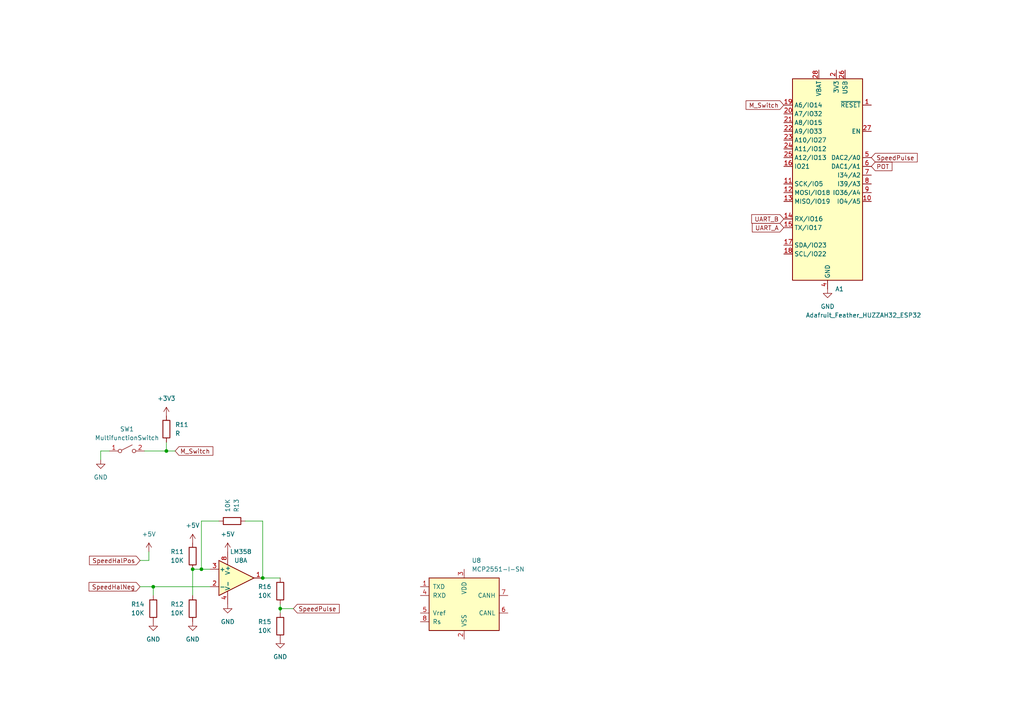
<source format=kicad_sch>
(kicad_sch (version 20230121) (generator eeschema)
  (paper "A4")
  (lib_symbols
    (symbol "Amplifier_Operational:LM358" (pin_names (offset 0.127))
      (property "Reference" "U" (at 0 5.08 0))
      (property "Value" "LM358" (at 0 -5.08 0))
      (symbol "LM358_1_1"
        (polyline (pts (xy -5.08 5.08) (xy 5.08 0) (xy -5.08 -5.08) (xy -5.08 5.08)) (stroke (width 0.254)) (fill (type background)))
        (pin output line (at 7.62 0 180) (length 2.54) (name "~") (number "1"))
        (pin input line (at -7.62 -2.54 0) (length 2.54) (name "-") (number "2"))
        (pin input line (at -7.62 2.54 0) (length 2.54) (name "+") (number "3"))
      )
      (symbol "LM358_2_1"
        (polyline (pts (xy -5.08 5.08) (xy 5.08 0) (xy -5.08 -5.08) (xy -5.08 5.08)) (stroke (width 0.254)) (fill (type background)))
        (pin input line (at -7.62 2.54 0) (length 2.54) (name "+") (number "5"))
        (pin input line (at -7.62 -2.54 0) (length 2.54) (name "-") (number "6"))
        (pin output line (at 7.62 0 180) (length 2.54) (name "~") (number "7"))
      )
      (symbol "LM358_3_1"
        (pin power_in line (at -2.54 -7.62 90) (length 3.81) (name "V-") (number "4"))
        (pin power_in line (at -2.54 7.62 270) (length 3.81) (name "V+") (number "8"))
      )
    )
    (symbol "Device:R" (pin_numbers hide) (pin_names (offset 0))
      (property "Reference" "R" (at 2.032 0 90))
      (property "Value" "R" (at 0 0 90))
      (symbol "R_0_1"
        (rectangle (start -1.016 -2.54) (end 1.016 2.54) (stroke (width 0.254)))
      )
      (symbol "R_1_1"
        (pin passive line (at 0 3.81 270) (length 1.27) (name "~") (number "1"))
        (pin passive line (at 0 -3.81 90) (length 1.27) (name "~") (number "2"))
      )
    )
    (symbol "Interface_CAN_LIN:MCP2551-I-SN" (pin_names (offset 1.016))
      (property "Reference" "U" (at -10.16 8.89 0))
      (property "Value" "MCP2551-I-SN" (at 2.54 8.89 0))
      (symbol "MCP2551-I-SN_0_1"
        (rectangle (start -10.16 7.62) (end 10.16 -7.62) (stroke (width 0.254)) (fill (type background)))
      )
      (symbol "MCP2551-I-SN_1_1"
        (pin input line (at -12.7 5.08 0) (length 2.54) (name "TXD") (number "1"))
        (pin power_in line (at 0 -10.16 90) (length 2.54) (name "VSS") (number "2"))
        (pin power_in line (at 0 10.16 270) (length 2.54) (name "VDD") (number "3"))
        (pin output line (at -12.7 2.54 0) (length 2.54) (name "RXD") (number "4"))
        (pin power_out line (at -12.7 -2.54 0) (length 2.54) (name "Vref") (number "5"))
        (pin bidirectional line (at 12.7 -2.54 180) (length 2.54) (name "CANL") (number "6"))
        (pin bidirectional line (at 12.7 2.54 180) (length 2.54) (name "CANH") (number "7"))
        (pin input line (at -12.7 -5.08 0) (length 2.54) (name "Rs") (number "8"))
      )
    )
    (symbol "MCU_Module:Adafruit_Feather_HUZZAH32_ESP32"
      (property "Reference" "A" (at -10.16 29.21 0))
      (property "Value" "Adafruit_Feather_HUZZAH32_ESP32" (at 2.54 -31.75 0))
      (symbol "Adafruit_Feather_HUZZAH32_ESP32_0_1"
        (rectangle (start -10.16 27.94) (end 10.16 -30.48) (stroke (width 0.254)) (fill (type background)))
      )
      (symbol "Adafruit_Feather_HUZZAH32_ESP32_1_1"
        (pin input line (at 12.7 20.32 180) (length 2.54) (name "~{RESET}") (number "1"))
        (pin bidirectional line (at 12.7 -7.62 180) (length 2.54) (name "IO4/A5") (number "10"))
        (pin bidirectional line (at -12.7 -2.54 0) (length 2.54) (name "SCK/IO5") (number "11"))
        (pin bidirectional line (at -12.7 -5.08 0) (length 2.54) (name "MOSI/IO18") (number "12"))
        (pin bidirectional line (at -12.7 -7.62 0) (length 2.54) (name "MISO/IO19") (number "13"))
        (pin bidirectional line (at -12.7 -12.7 0) (length 2.54) (name "RX/IO16") (number "14"))
        (pin bidirectional line (at -12.7 -15.24 0) (length 2.54) (name "TX/IO17") (number "15"))
        (pin bidirectional line (at -12.7 2.54 0) (length 2.54) (name "IO21") (number "16"))
        (pin bidirectional line (at -12.7 -20.32 0) (length 2.54) (name "SDA/IO23") (number "17"))
        (pin bidirectional line (at -12.7 -22.86 0) (length 2.54) (name "SCL/IO22") (number "18"))
        (pin bidirectional line (at -12.7 20.32 0) (length 2.54) (name "A6/IO14") (number "19"))
        (pin power_in line (at 2.54 30.48 270) (length 2.54) (name "3V3") (number "2"))
        (pin bidirectional line (at -12.7 17.78 0) (length 2.54) (name "A7/IO32") (number "20"))
        (pin bidirectional line (at -12.7 15.24 0) (length 2.54) (name "A8/IO15") (number "21"))
        (pin bidirectional line (at -12.7 12.7 0) (length 2.54) (name "A9/IO33") (number "22"))
        (pin bidirectional line (at -12.7 10.16 0) (length 2.54) (name "A10/IO27") (number "23"))
        (pin bidirectional line (at -12.7 7.62 0) (length 2.54) (name "A11/IO12") (number "24"))
        (pin bidirectional line (at -12.7 5.08 0) (length 2.54) (name "A12/IO13") (number "25"))
        (pin power_in line (at 5.08 30.48 270) (length 2.54) (name "USB") (number "26"))
        (pin input line (at 12.7 12.7 180) (length 2.54) (name "EN") (number "27"))
        (pin power_in line (at -2.54 30.48 270) (length 2.54) (name "VBAT") (number "28"))
        (pin no_connect line (at 10.16 10.16 180) (length 2.54) hide (name "NC") (number "3"))
        (pin power_in line (at 0 -33.02 90) (length 2.54) (name "GND") (number "4"))
        (pin bidirectional line (at 12.7 5.08 180) (length 2.54) (name "DAC2/A0") (number "5"))
        (pin bidirectional line (at 12.7 2.54 180) (length 2.54) (name "DAC1/A1") (number "6"))
        (pin bidirectional line (at 12.7 0 180) (length 2.54) (name "I34/A2") (number "7"))
        (pin bidirectional line (at 12.7 -2.54 180) (length 2.54) (name "I39/A3") (number "8"))
        (pin bidirectional line (at 12.7 -5.08 180) (length 2.54) (name "IO36/A4") (number "9"))
      )
    )
    (symbol "Switch:SW_SPST" (pin_names (offset 0) hide)
      (property "Reference" "SW" (at 0 3.175 0))
      (property "Value" "SW_SPST" (at 0 -2.54 0))
      (symbol "SW_SPST_0_0"
        (circle (center -2.032 0) (radius 0.508))
        (polyline (pts (xy -1.524 0.254) (xy 1.524 1.778)))
        (circle (center 2.032 0) (radius 0.508))
      )
      (symbol "SW_SPST_1_1"
        (pin passive line (at -5.08 0 0) (length 2.54) (name "A") (number "1"))
        (pin passive line (at 5.08 0 180) (length 2.54) (name "B") (number "2"))
      )
    )
    (symbol "power:+3V3" (power) (pin_names (offset 0))
      (property "Value" "+3V3" (at 0 3.556 0))
      (symbol "+3V3_0_1"
        (polyline (pts (xy -0.762 1.27) (xy 0 2.54)))
        (polyline (pts (xy 0 0) (xy 0 2.54)))
        (polyline (pts (xy 0 2.54) (xy 0.762 1.27)))
      )
      (symbol "+3V3_1_1"
        (pin power_in line (at 0 0 90) (length 0) hide (name "+3V3") (number "1"))
      )
    )
    (symbol "power:+5V" (power) (pin_names (offset 0))
      (property "Value" "+5V" (at 0 3.556 0))
      (symbol "+5V_0_1"
        (polyline (pts (xy -0.762 1.27) (xy 0 2.54)))
        (polyline (pts (xy 0 0) (xy 0 2.54)))
        (polyline (pts (xy 0 2.54) (xy 0.762 1.27)))
      )
      (symbol "+5V_1_1"
        (pin power_in line (at 0 0 90) (length 0) hide (name "+5V") (number "1"))
      )
    )
    (symbol "power:GND" (power) (pin_names (offset 0))
      (property "Value" "GND" (at 0 -3.81 0))
      (symbol "GND_0_1"
        (polyline (pts (xy 0 0) (xy 0 -1.27) (xy 1.27 -1.27) (xy 0 -2.54) (xy -1.27 -1.27) (xy 0 -1.27)))
      )
      (symbol "GND_1_1"
        (pin power_in line (at 0 0 270) (length 0) hide (name "GND") (number "1"))
      )
    )
  )
  (junction (at 58.42 165.1))
  (junction (at 81.28 176.53))
  (junction (at 44.45 170.18))
  (junction (at 55.88 165.1))
  (junction (at 76.2 167.64))
  (junction (at 48.26 130.81))
  (wire (pts (xy 44.45 170.18) (xy 60.96 170.18)))
  (wire (pts (xy 29.21 133.35) (xy 29.21 130.81)))
  (wire (pts (xy 48.26 130.81) (xy 50.8 130.81)))
  (wire (pts (xy 81.28 175.26) (xy 81.28 176.53)))
  (wire (pts (xy 43.18 160.02) (xy 43.18 162.56)))
  (wire (pts (xy 58.42 151.13) (xy 58.42 165.1)))
  (wire (pts (xy 48.26 130.81) (xy 48.26 128.27)))
  (wire (pts (xy 76.2 167.64) (xy 81.28 167.64)))
  (wire (pts (xy 29.21 130.81) (xy 31.75 130.81)))
  (wire (pts (xy 41.91 130.81) (xy 48.26 130.81)))
  (wire (pts (xy 76.2 167.64) (xy 76.2 151.13)))
  (wire (pts (xy 58.42 165.1) (xy 60.96 165.1)))
  (wire (pts (xy 81.28 177.8) (xy 81.28 176.53)))
  (wire (pts (xy 55.88 165.1) (xy 55.88 172.72)))
  (wire (pts (xy 81.28 176.53) (xy 85.09 176.53)))
  (wire (pts (xy 63.5 151.13) (xy 58.42 151.13)))
  (wire (pts (xy 55.88 165.1) (xy 58.42 165.1)))
  (wire (pts (xy 44.45 172.72) (xy 44.45 170.18)))
  (wire (pts (xy 76.2 151.13) (xy 71.12 151.13)))
  (wire (pts (xy 43.18 162.56) (xy 40.64 162.56)))
  (wire (pts (xy 44.45 170.18) (xy 40.64 170.18)))
  (global_label "SpeedPulse" (shape input) (at 85.09 176.53 0) (property "Intersheetrefs" "${INTERSHEET_REFS}" (effects hide)))
  (global_label "UART_A" (shape input) (at 227.33 66.04 180) (property "Intersheetrefs" "${INTERSHEET_REFS}" (effects hide)))
  (global_label "POT" (shape input) (at 252.73 48.26 0) (property "Intersheetrefs" "${INTERSHEET_REFS}" (effects hide)))
  (global_label "SpeedPulse" (shape input) (at 252.73 45.72 0) (property "Intersheetrefs" "${INTERSHEET_REFS}" (effects hide)))
  (global_label "M_Switch" (shape input) (at 227.33 30.48 180) (property "Intersheetrefs" "${INTERSHEET_REFS}" (effects hide)))
  (global_label "SpeedHalPos" (shape input) (at 40.64 162.56 180) (property "Intersheetrefs" "${INTERSHEET_REFS}" (effects hide)))
  (global_label "SpeedHalNeg" (shape input) (at 40.64 170.18 180) (property "Intersheetrefs" "${INTERSHEET_REFS}" (effects hide)))
  (global_label "UART_B" (shape input) (at 227.33 63.5 180) (property "Intersheetrefs" "${INTERSHEET_REFS}" (effects hide)))
  (global_label "M_Switch" (shape input) (at 50.8 130.81 0) (property "Intersheetrefs" "${INTERSHEET_REFS}" (effects hide)))
  (symbol (lib_id "power:+5V") (at 66.04 160.02 0) (unit 1)
    (property "Reference" "#PWR060" (effects hide))
    (property "Value" "+5V" (at 66.04 154.94 0))
  )
  (symbol (lib_id "Switch:SW_SPST") (at 36.83 130.81 0) (unit 1)
    (property "Reference" "SW1" (at 36.83 124.46 0))
    (property "Value" "MultifunctionSwitch" (at 36.83 127 0))
  )
  (symbol (lib_id "power:+5V") (at 55.88 157.48 0) (unit 1)
    (property "Reference" "#PWR062" (effects hide))
    (property "Value" "+5V" (at 55.88 152.4 0))
  )
  (symbol (lib_id "Device:R") (at 81.28 181.61 180) (unit 1)
    (property "Reference" "R15" (at 78.74 180.34 0) (effects (justify left)))
    (property "Value" "10K" (at 78.74 182.88 0) (effects (justify left)))
  )
  (symbol (lib_id "Interface_CAN_LIN:MCP2551-I-SN") (at 134.62 175.26 0) (unit 1)
    (property "Reference" "U8" (at 136.8141 162.56 0) (effects (justify left)))
    (property "Value" "MCP2551-I-SN" (at 136.8141 165.1 0) (effects (justify left)))
    (property "Footprint" "Package_SO:SOIC-8_3.9x4.9mm_P1.27mm" (effects hide))
    (property "Datasheet" "http://ww1.microchip.com/downloads/en/devicedoc/21667d.pdf" (effects hide))
  )
  (symbol (lib_id "power:GND") (at 81.28 185.42 0) (unit 1)
    (property "Reference" "#PWR065" (effects hide))
    (property "Value" "GND" (at 81.28 190.5 0))
  )
  (symbol (lib_id "Amplifier_Operational:LM358") (at 68.58 167.64 0) (unit 3)
    (property "Reference" "U8" (effects hide))
    (property "Value" "LM358" (effects hide))
    (property "Footprint" "Package_SO:SSOP-8_5.25x5.24mm_P1.27mm" (effects hide))
    (property "Datasheet" "http://www.ti.com/lit/ds/symlink/lm2904-n.pdf" (effects hide))
  )
  (symbol (lib_id "Device:R") (at 81.28 171.45 180) (unit 1)
    (property "Reference" "R16" (at 78.74 170.18 0) (effects (justify left)))
    (property "Value" "10K" (at 78.74 172.72 0) (effects (justify left)))
  )
  (symbol (lib_id "Device:R") (at 55.88 176.53 180) (unit 1)
    (property "Reference" "R12" (at 53.34 175.26 0) (effects (justify left)))
    (property "Value" "10K" (at 53.34 177.8 0) (effects (justify left)))
  )
  (symbol (lib_id "MCU_Module:Adafruit_Feather_HUZZAH32_ESP32") (at 240.03 50.8 0) (unit 1)
    (property "Reference" "A1" (at 242.2241 83.82 0) (effects (justify left)))
    (property "Value" "Adafruit_Feather_HUZZAH32_ESP32" (at 233.68 91.44 0) (effects (justify left)))
    (property "Footprint" "Module:Adafruit_Feather" (effects hide))
    (property "Datasheet" "https://cdn-learn.adafruit.com/downloads/pdf/adafruit-huzzah32-esp32-feather.pdf" (effects hide))
  )
  (symbol (lib_id "Amplifier_Operational:LM358") (at 68.58 167.64 0) (unit 1)
    (property "Reference" "U8" (at 69.85 162.56 0))
    (property "Value" "LM358" (at 69.85 160.02 0))
    (property "Footprint" "Package_SO:SSOP-8_5.25x5.24mm_P1.27mm" (effects hide))
    (property "Datasheet" "http://www.ti.com/lit/ds/symlink/lm2904-n.pdf" (effects hide))
  )
  (symbol (lib_id "Device:R") (at 48.26 124.46 0) (unit 1)
    (property "Reference" "R11" (at 50.8 123.19 0) (effects (justify left)))
    (property "Value" "R" (at 50.8 125.73 0) (effects (justify left)))
  )
  (symbol (lib_id "power:GND") (at 29.21 133.35 0) (unit 1)
    (property "Reference" "#PWR060" (effects hide))
    (property "Value" "GND" (at 29.21 138.43 0))
  )
  (symbol (lib_id "power:GND") (at 55.88 180.34 0) (unit 1)
    (property "Reference" "#PWR063" (effects hide))
    (property "Value" "GND" (at 55.88 185.42 0))
  )
  (symbol (lib_id "power:+5V") (at 43.18 160.02 0) (unit 1)
    (property "Reference" "#PWR01" (effects hide))
    (property "Value" "+5V" (at 43.18 154.94 0))
  )
  (symbol (lib_id "power:+3V3") (at 48.26 120.65 0) (unit 1)
    (property "Reference" "#PWR061" (effects hide))
    (property "Value" "+3V3" (at 48.26 115.57 0))
  )
  (symbol (lib_id "Device:R") (at 44.45 176.53 180) (unit 1)
    (property "Reference" "R14" (at 41.91 175.26 0) (effects (justify left)))
    (property "Value" "10K" (at 41.91 177.8 0) (effects (justify left)))
  )
  (symbol (lib_id "power:GND") (at 44.45 180.34 0) (unit 1)
    (property "Reference" "#PWR064" (effects hide))
    (property "Value" "GND" (at 44.45 185.42 0))
  )
  (symbol (lib_id "power:GND") (at 240.03 83.82 0) (unit 1)
    (property "Reference" "#PWR066" (effects hide))
    (property "Value" "GND" (at 240.03 88.9 0))
  )
  (symbol (lib_id "power:GND") (at 66.04 175.26 0) (unit 1)
    (property "Reference" "#PWR061" (effects hide))
    (property "Value" "GND" (at 66.04 180.34 0))
  )
  (symbol (lib_id "Device:R") (at 55.88 161.29 180) (unit 1)
    (property "Reference" "R11" (at 53.34 160.02 0) (effects (justify left)))
    (property "Value" "10K" (at 53.34 162.56 0) (effects (justify left)))
  )
  (symbol (lib_id "Device:R") (at 67.31 151.13 90) (unit 1)
    (property "Reference" "R13" (at 68.58 148.59 0) (effects (justify left)))
    (property "Value" "10K" (at 66.04 148.59 0) (effects (justify left)))
  )
)
</source>
